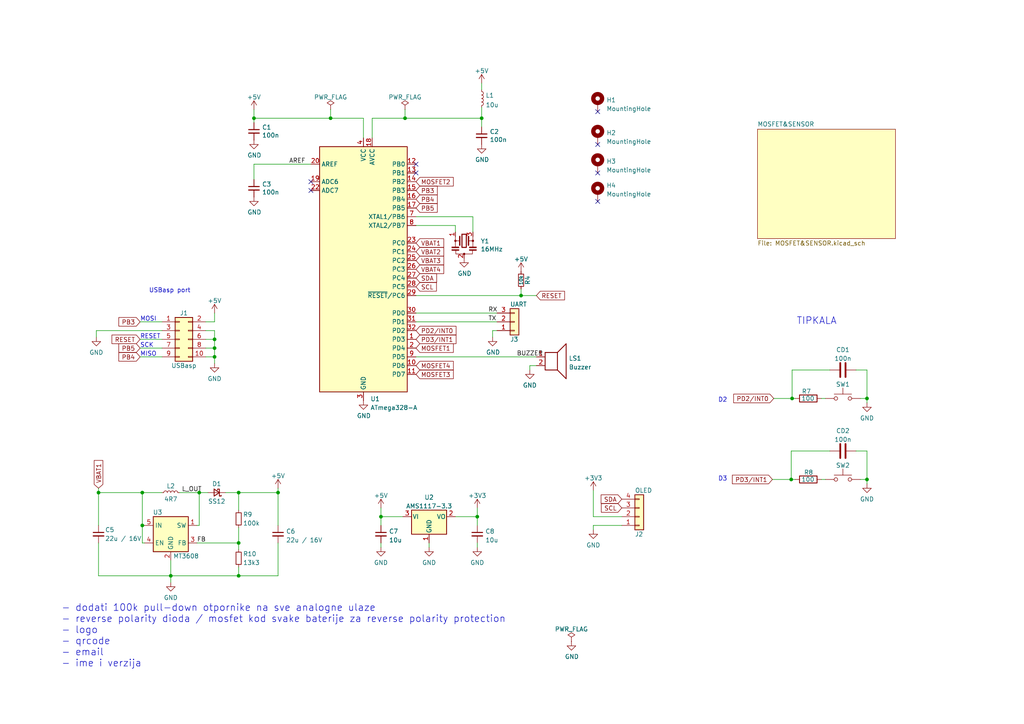
<source format=kicad_sch>
(kicad_sch (version 20230121) (generator eeschema)
  (paper "A4")
  (lib_symbols
    (symbol "Connector_Generic:Conn_01x03" (pin_names (offset 1.016) hide)
      (property "Reference" "J" (at 0 5.08 0))
      (property "Value" "Conn_01x03" (at 0 -5.08 0))
      (symbol "Conn_01x03_1_1"
        (rectangle (start -1.27 -2.413) (end 0 -2.667) (stroke (width 0.1524)))
        (rectangle (start -1.27 0.127) (end 0 -0.127) (stroke (width 0.1524)))
        (rectangle (start -1.27 2.667) (end 0 2.413) (stroke (width 0.1524)))
        (rectangle (start -1.27 3.81) (end 1.27 -3.81) (stroke (width 0.254)) (fill (type background)))
        (pin passive line (at -5.08 2.54 0) (length 3.81) (name "Pin_1") (number "1"))
        (pin passive line (at -5.08 0 0) (length 3.81) (name "Pin_2") (number "2"))
        (pin passive line (at -5.08 -2.54 0) (length 3.81) (name "Pin_3") (number "3"))
      )
    )
    (symbol "Connector_Generic:Conn_01x04" (pin_names (offset 1.016) hide)
      (property "Reference" "J" (at 0 5.08 0))
      (property "Value" "Conn_01x04" (at 0 -7.62 0))
      (symbol "Conn_01x04_1_1"
        (rectangle (start -1.27 -4.953) (end 0 -5.207) (stroke (width 0.1524)))
        (rectangle (start -1.27 -2.413) (end 0 -2.667) (stroke (width 0.1524)))
        (rectangle (start -1.27 0.127) (end 0 -0.127) (stroke (width 0.1524)))
        (rectangle (start -1.27 2.667) (end 0 2.413) (stroke (width 0.1524)))
        (rectangle (start -1.27 3.81) (end 1.27 -6.35) (stroke (width 0.254)) (fill (type background)))
        (pin passive line (at -5.08 2.54 0) (length 3.81) (name "Pin_1") (number "1"))
        (pin passive line (at -5.08 0 0) (length 3.81) (name "Pin_2") (number "2"))
        (pin passive line (at -5.08 -2.54 0) (length 3.81) (name "Pin_3") (number "3"))
        (pin passive line (at -5.08 -5.08 0) (length 3.81) (name "Pin_4") (number "4"))
      )
    )
    (symbol "Connector_Generic:Conn_02x05_Odd_Even" (pin_names (offset 1.016) hide)
      (property "Reference" "J" (at 1.27 7.62 0))
      (property "Value" "Conn_02x05_Odd_Even" (at 1.27 -7.62 0))
      (symbol "Conn_02x05_Odd_Even_1_1"
        (rectangle (start -1.27 -4.953) (end 0 -5.207) (stroke (width 0.1524)))
        (rectangle (start -1.27 -2.413) (end 0 -2.667) (stroke (width 0.1524)))
        (rectangle (start -1.27 0.127) (end 0 -0.127) (stroke (width 0.1524)))
        (rectangle (start -1.27 2.667) (end 0 2.413) (stroke (width 0.1524)))
        (rectangle (start -1.27 5.207) (end 0 4.953) (stroke (width 0.1524)))
        (rectangle (start -1.27 6.35) (end 3.81 -6.35) (stroke (width 0.254)) (fill (type background)))
        (rectangle (start 3.81 -4.953) (end 2.54 -5.207) (stroke (width 0.1524)))
        (rectangle (start 3.81 -2.413) (end 2.54 -2.667) (stroke (width 0.1524)))
        (rectangle (start 3.81 0.127) (end 2.54 -0.127) (stroke (width 0.1524)))
        (rectangle (start 3.81 2.667) (end 2.54 2.413) (stroke (width 0.1524)))
        (rectangle (start 3.81 5.207) (end 2.54 4.953) (stroke (width 0.1524)))
        (pin passive line (at -5.08 5.08 0) (length 3.81) (name "Pin_1") (number "1"))
        (pin passive line (at 7.62 -5.08 180) (length 3.81) (name "Pin_10") (number "10"))
        (pin passive line (at 7.62 5.08 180) (length 3.81) (name "Pin_2") (number "2"))
        (pin passive line (at -5.08 2.54 0) (length 3.81) (name "Pin_3") (number "3"))
        (pin passive line (at 7.62 2.54 180) (length 3.81) (name "Pin_4") (number "4"))
        (pin passive line (at -5.08 0 0) (length 3.81) (name "Pin_5") (number "5"))
        (pin passive line (at 7.62 0 180) (length 3.81) (name "Pin_6") (number "6"))
        (pin passive line (at -5.08 -2.54 0) (length 3.81) (name "Pin_7") (number "7"))
        (pin passive line (at 7.62 -2.54 180) (length 3.81) (name "Pin_8") (number "8"))
        (pin passive line (at -5.08 -5.08 0) (length 3.81) (name "Pin_9") (number "9"))
      )
    )
    (symbol "Device:C" (pin_numbers hide) (pin_names (offset 0.254))
      (property "Reference" "C" (at 0.635 2.54 0))
      (property "Value" "C" (at 0.635 -2.54 0))
      (symbol "C_0_1"
        (polyline (pts (xy -2.032 -0.762) (xy 2.032 -0.762)) (stroke (width 0.508)))
        (polyline (pts (xy -2.032 0.762) (xy 2.032 0.762)) (stroke (width 0.508)))
      )
      (symbol "C_1_1"
        (pin passive line (at 0 3.81 270) (length 2.794) (name "~") (number "1"))
        (pin passive line (at 0 -3.81 90) (length 2.794) (name "~") (number "2"))
      )
    )
    (symbol "Device:C_Small" (pin_numbers hide) (pin_names (offset 0.254) hide)
      (property "Reference" "C" (at 0.254 1.778 0))
      (property "Value" "C_Small" (at 0.254 -2.032 0))
      (symbol "C_Small_0_1"
        (polyline (pts (xy -1.524 -0.508) (xy 1.524 -0.508)) (stroke (width 0.3302)))
        (polyline (pts (xy -1.524 0.508) (xy 1.524 0.508)) (stroke (width 0.3048)))
      )
      (symbol "C_Small_1_1"
        (pin passive line (at 0 2.54 270) (length 2.032) (name "~") (number "1"))
        (pin passive line (at 0 -2.54 90) (length 2.032) (name "~") (number "2"))
      )
    )
    (symbol "Device:D_Schottky_Small" (pin_numbers hide) (pin_names (offset 0.254) hide)
      (property "Reference" "D" (at -1.27 2.032 0))
      (property "Value" "D_Schottky_Small" (at -7.112 -2.032 0))
      (symbol "D_Schottky_Small_0_1"
        (polyline (pts (xy -0.762 0) (xy 0.762 0)))
        (polyline (pts (xy 0.762 -1.016) (xy -0.762 0) (xy 0.762 1.016) (xy 0.762 -1.016)) (stroke (width 0.254)))
        (polyline (pts (xy -1.27 0.762) (xy -1.27 1.016) (xy -0.762 1.016) (xy -0.762 -1.016) (xy -0.254 -1.016) (xy -0.254 -0.762)) (stroke (width 0.254)))
      )
      (symbol "D_Schottky_Small_1_1"
        (pin passive line (at -2.54 0 0) (length 1.778) (name "K") (number "1"))
        (pin passive line (at 2.54 0 180) (length 1.778) (name "A") (number "2"))
      )
    )
    (symbol "Device:L_Small" (pin_numbers hide) (pin_names (offset 0.254) hide)
      (property "Reference" "L" (at 0.762 1.016 0))
      (property "Value" "L_Small" (at 0.762 -1.016 0))
      (symbol "L_Small_0_1"
        (arc (start 0 -2.032) (mid 0.5058 -1.524) (end 0 -1.016))
        (arc (start 0 -1.016) (mid 0.5058 -0.508) (end 0 0))
        (arc (start 0 0) (mid 0.5058 0.508) (end 0 1.016))
        (arc (start 0 1.016) (mid 0.5058 1.524) (end 0 2.032))
      )
      (symbol "L_Small_1_1"
        (pin passive line (at 0 2.54 270) (length 0.508) (name "~") (number "1"))
        (pin passive line (at 0 -2.54 90) (length 0.508) (name "~") (number "2"))
      )
    )
    (symbol "Device:R" (pin_numbers hide) (pin_names (offset 0))
      (property "Reference" "R" (at 2.032 0 90))
      (property "Value" "R" (at 0 0 90))
      (symbol "R_0_1"
        (rectangle (start -1.016 -2.54) (end 1.016 2.54) (stroke (width 0.254)))
      )
      (symbol "R_1_1"
        (pin passive line (at 0 3.81 270) (length 1.27) (name "~") (number "1"))
        (pin passive line (at 0 -3.81 90) (length 1.27) (name "~") (number "2"))
      )
    )
    (symbol "Device:R_Small" (pin_numbers hide) (pin_names (offset 0.254) hide)
      (property "Reference" "R" (at 0.762 0.508 0))
      (property "Value" "R_Small" (at 0.762 -1.016 0))
      (symbol "R_Small_0_1"
        (rectangle (start -0.762 1.778) (end 0.762 -1.778) (stroke (width 0.2032)))
      )
      (symbol "R_Small_1_1"
        (pin passive line (at 0 2.54 270) (length 0.762) (name "~") (number "1"))
        (pin passive line (at 0 -2.54 90) (length 0.762) (name "~") (number "2"))
      )
    )
    (symbol "Device:Resonator_Small" (pin_names (offset 1.016) hide)
      (property "Reference" "Y" (at 3.175 1.905 0))
      (property "Value" "Resonator_Small" (at 3.175 0 0))
      (symbol "Resonator_Small_0_1"
        (rectangle (start -3.556 -2.54) (end -1.524 -2.794) (fill (type outline)))
        (rectangle (start -3.556 -1.778) (end -1.524 -2.032) (fill (type outline)))
        (circle (center -2.54 0) (radius 0.254) (fill (type outline)))
        (rectangle (start -0.635 1.905) (end 0.635 -1.905) (stroke (width 0.3048)))
        (circle (center 0 -3.81) (radius 0.254) (fill (type outline)))
        (polyline (pts (xy -2.54 -1.778) (xy -2.54 0)))
        (polyline (pts (xy -2.54 0) (xy -1.397 0)))
        (polyline (pts (xy -2.54 1.27) (xy -2.54 0)))
        (polyline (pts (xy -1.27 -1.27) (xy -1.27 1.27)) (stroke (width 0.381)))
        (polyline (pts (xy 1.27 -1.27) (xy 1.27 1.27)) (stroke (width 0.381)))
        (polyline (pts (xy 1.27 0) (xy 2.54 0)))
        (polyline (pts (xy 2.54 0) (xy 2.54 -1.778)))
        (polyline (pts (xy 2.54 1.27) (xy 2.54 0)))
        (polyline (pts (xy 2.413 -2.794) (xy 2.413 -3.81) (xy -2.413 -3.81) (xy -2.413 -2.667)))
        (rectangle (start 1.524 -2.54) (end 3.556 -2.794) (fill (type outline)))
        (rectangle (start 1.524 -1.778) (end 3.556 -2.032) (fill (type outline)))
        (circle (center 2.54 0) (radius 0.254) (fill (type outline)))
      )
      (symbol "Resonator_Small_1_1"
        (pin passive line (at -2.54 2.54 270) (length 1.27) (name "1") (number "1"))
        (pin passive line (at 0 -5.08 90) (length 1.27) (name "2") (number "2"))
        (pin passive line (at 2.54 2.54 270) (length 1.27) (name "3") (number "3"))
      )
    )
    (symbol "Device:Speaker" (pin_names (offset 0) hide)
      (property "Reference" "LS" (at 1.27 5.715 0))
      (property "Value" "Speaker" (at 1.27 3.81 0))
      (symbol "Speaker_0_0"
        (rectangle (start -2.54 1.27) (end 1.016 -3.81) (stroke (width 0.254)))
        (polyline (pts (xy 1.016 1.27) (xy 3.556 3.81) (xy 3.556 -6.35) (xy 1.016 -3.81)) (stroke (width 0.254)))
      )
      (symbol "Speaker_1_1"
        (pin input line (at -5.08 0 0) (length 2.54) (name "1") (number "1"))
        (pin input line (at -5.08 -2.54 0) (length 2.54) (name "2") (number "2"))
      )
    )
    (symbol "MCU_Microchip_ATmega:ATmega328-A"
      (property "Reference" "U" (at -12.7 36.83 0))
      (property "Value" "ATmega328-A" (at 2.54 -36.83 0))
      (symbol "ATmega328-A_0_1"
        (rectangle (start -12.7 -35.56) (end 12.7 35.56) (stroke (width 0.254)) (fill (type background)))
      )
      (symbol "ATmega328-A_1_1"
        (pin bidirectional line (at 15.24 -20.32 180) (length 2.54) (name "PD3") (number "1"))
        (pin bidirectional line (at 15.24 -27.94 180) (length 2.54) (name "PD6") (number "10"))
        (pin bidirectional line (at 15.24 -30.48 180) (length 2.54) (name "PD7") (number "11"))
        (pin bidirectional line (at 15.24 30.48 180) (length 2.54) (name "PB0") (number "12"))
        (pin bidirectional line (at 15.24 27.94 180) (length 2.54) (name "PB1") (number "13"))
        (pin bidirectional line (at 15.24 25.4 180) (length 2.54) (name "PB2") (number "14"))
        (pin bidirectional line (at 15.24 22.86 180) (length 2.54) (name "PB3") (number "15"))
        (pin bidirectional line (at 15.24 20.32 180) (length 2.54) (name "PB4") (number "16"))
        (pin bidirectional line (at 15.24 17.78 180) (length 2.54) (name "PB5") (number "17"))
        (pin power_in line (at 2.54 38.1 270) (length 2.54) (name "AVCC") (number "18"))
        (pin input line (at -15.24 25.4 0) (length 2.54) (name "ADC6") (number "19"))
        (pin bidirectional line (at 15.24 -22.86 180) (length 2.54) (name "PD4") (number "2"))
        (pin passive line (at -15.24 30.48 0) (length 2.54) (name "AREF") (number "20"))
        (pin passive line (at 0 -38.1 90) (length 2.54) hide (name "GND") (number "21"))
        (pin input line (at -15.24 22.86 0) (length 2.54) (name "ADC7") (number "22"))
        (pin bidirectional line (at 15.24 7.62 180) (length 2.54) (name "PC0") (number "23"))
        (pin bidirectional line (at 15.24 5.08 180) (length 2.54) (name "PC1") (number "24"))
        (pin bidirectional line (at 15.24 2.54 180) (length 2.54) (name "PC2") (number "25"))
        (pin bidirectional line (at 15.24 0 180) (length 2.54) (name "PC3") (number "26"))
        (pin bidirectional line (at 15.24 -2.54 180) (length 2.54) (name "PC4") (number "27"))
        (pin bidirectional line (at 15.24 -5.08 180) (length 2.54) (name "PC5") (number "28"))
        (pin bidirectional line (at 15.24 -7.62 180) (length 2.54) (name "~{RESET}/PC6") (number "29"))
        (pin power_in line (at 0 -38.1 90) (length 2.54) (name "GND") (number "3"))
        (pin bidirectional line (at 15.24 -12.7 180) (length 2.54) (name "PD0") (number "30"))
        (pin bidirectional line (at 15.24 -15.24 180) (length 2.54) (name "PD1") (number "31"))
        (pin bidirectional line (at 15.24 -17.78 180) (length 2.54) (name "PD2") (number "32"))
        (pin power_in line (at 0 38.1 270) (length 2.54) (name "VCC") (number "4"))
        (pin passive line (at 0 -38.1 90) (length 2.54) hide (name "GND") (number "5"))
        (pin passive line (at 0 38.1 270) (length 2.54) hide (name "VCC") (number "6"))
        (pin bidirectional line (at 15.24 15.24 180) (length 2.54) (name "XTAL1/PB6") (number "7"))
        (pin bidirectional line (at 15.24 12.7 180) (length 2.54) (name "XTAL2/PB7") (number "8"))
        (pin bidirectional line (at 15.24 -25.4 180) (length 2.54) (name "PD5") (number "9"))
      )
    )
    (symbol "Mechanical:MountingHole_Pad" (pin_numbers hide) (pin_names (offset 1.016) hide)
      (property "Reference" "H" (at 0 6.35 0))
      (property "Value" "MountingHole_Pad" (at 0 4.445 0))
      (symbol "MountingHole_Pad_0_1"
        (circle (center 0 1.27) (radius 1.27) (stroke (width 1.27)))
      )
      (symbol "MountingHole_Pad_1_1"
        (pin input line (at 0 -2.54 90) (length 2.54) (name "1") (number "1"))
      )
    )
    (symbol "Regulator_Linear:AMS1117-3.3" (pin_names (offset 0.254))
      (property "Reference" "U" (at -3.81 3.175 0))
      (property "Value" "AMS1117-3.3" (at 0 3.175 0))
      (symbol "AMS1117-3.3_0_1"
        (rectangle (start -5.08 -5.08) (end 5.08 1.905) (stroke (width 0.254)) (fill (type background)))
      )
      (symbol "AMS1117-3.3_1_1"
        (pin power_in line (at 0 -7.62 90) (length 2.54) (name "GND") (number "1"))
        (pin power_out line (at 7.62 0 180) (length 2.54) (name "VO") (number "2"))
        (pin power_in line (at -7.62 0 0) (length 2.54) (name "VI") (number "3"))
      )
    )
    (symbol "Regulator_Switching:MT3608"
      (property "Reference" "U" (at -2.54 8.89 0))
      (property "Value" "MT3608" (at -3.81 6.35 0))
      (symbol "MT3608_0_1"
        (rectangle (start -5.08 5.08) (end 5.08 -5.08) (stroke (width 0.254)) (fill (type background)))
      )
      (symbol "MT3608_1_1"
        (pin passive line (at 7.62 2.54 180) (length 2.54) (name "SW") (number "1"))
        (pin power_in line (at 0 -7.62 90) (length 2.54) (name "GND") (number "2"))
        (pin input line (at 7.62 -2.54 180) (length 2.54) (name "FB") (number "3"))
        (pin input line (at -7.62 -2.54 0) (length 2.54) (name "EN") (number "4"))
        (pin power_in line (at -7.62 2.54 0) (length 2.54) (name "IN") (number "5"))
        (pin no_connect line (at 5.08 0 180) (length 2.54) hide (name "NC") (number "6"))
      )
    )
    (symbol "Switch:SW_Push" (pin_numbers hide) (pin_names (offset 1.016) hide)
      (property "Reference" "SW" (at 1.27 2.54 0))
      (property "Value" "SW_Push" (at 0 -1.524 0))
      (symbol "SW_Push_0_1"
        (circle (center -2.032 0) (radius 0.508))
        (polyline (pts (xy 0 1.27) (xy 0 3.048)))
        (polyline (pts (xy 2.54 1.27) (xy -2.54 1.27)))
        (circle (center 2.032 0) (radius 0.508))
        (pin passive line (at -5.08 0 0) (length 2.54) (name "1") (number "1"))
        (pin passive line (at 5.08 0 180) (length 2.54) (name "2") (number "2"))
      )
    )
    (symbol "power:+3V3" (power) (pin_names (offset 0))
      (property "Value" "+3V3" (at 0 3.556 0))
      (symbol "+3V3_0_1"
        (polyline (pts (xy -0.762 1.27) (xy 0 2.54)))
        (polyline (pts (xy 0 0) (xy 0 2.54)))
        (polyline (pts (xy 0 2.54) (xy 0.762 1.27)))
      )
      (symbol "+3V3_1_1"
        (pin power_in line (at 0 0 90) (length 0) hide (name "+3V3") (number "1"))
      )
    )
    (symbol "power:+5V" (power) (pin_names (offset 0))
      (property "Value" "+5V" (at 0 3.556 0))
      (symbol "+5V_0_1"
        (polyline (pts (xy -0.762 1.27) (xy 0 2.54)))
        (polyline (pts (xy 0 0) (xy 0 2.54)))
        (polyline (pts (xy 0 2.54) (xy 0.762 1.27)))
      )
      (symbol "+5V_1_1"
        (pin power_in line (at 0 0 90) (length 0) hide (name "+5V") (number "1"))
      )
    )
    (symbol "power:GND" (power) (pin_names (offset 0))
      (property "Value" "GND" (at 0 -3.81 0))
      (symbol "GND_0_1"
        (polyline (pts (xy 0 0) (xy 0 -1.27) (xy 1.27 -1.27) (xy 0 -2.54) (xy -1.27 -1.27) (xy 0 -1.27)))
      )
      (symbol "GND_1_1"
        (pin power_in line (at 0 0 270) (length 0) hide (name "GND") (number "1"))
      )
    )
    (symbol "power:PWR_FLAG" (power) (pin_numbers hide) (pin_names (offset 0) hide)
      (property "Value" "PWR_FLAG" (at 0 3.81 0))
      (symbol "PWR_FLAG_0_0"
        (pin power_out line (at 0 0 90) (length 0) (name "pwr") (number "1"))
      )
      (symbol "PWR_FLAG_0_1"
        (polyline (pts (xy 0 0) (xy 0 1.27) (xy -1.016 1.905) (xy 0 2.54) (xy 1.016 1.905) (xy 0 1.27)))
      )
    )
  )
  (junction (at 62.23 100.965))
  (junction (at 138.43 149.86))
  (junction (at 73.66 34.29))
  (junction (at 69.215 157.48))
  (junction (at 62.23 98.425))
  (junction (at 62.23 103.505))
  (junction (at 139.7 34.29))
  (junction (at 28.575 142.875))
  (junction (at 95.885 34.29))
  (junction (at 80.645 142.875))
  (junction (at 251.46 139.065))
  (junction (at 69.215 142.875))
  (junction (at 151.13 85.725))
  (junction (at 41.275 152.4))
  (junction (at 229.489 139.065))
  (junction (at 49.53 167.005))
  (junction (at 69.215 167.005))
  (junction (at 229.743 115.57))
  (junction (at 117.475 34.29))
  (junction (at 110.49 149.86))
  (junction (at 251.46 115.57))
  (junction (at 41.275 142.875))
  (junction (at 57.785 142.875))
  (no_connect (at 90.17 55.245))
  (no_connect (at 173.355 41.91))
  (no_connect (at 120.65 50.165))
  (no_connect (at 120.65 47.625))
  (no_connect (at 173.355 50.165))
  (no_connect (at 173.355 58.42))
  (no_connect (at 173.355 32.385))
  (no_connect (at 90.17 52.705))
  (wire (pts (xy 248.285 130.81) (xy 251.46 130.81)))
  (wire (pts (xy 57.15 157.48) (xy 69.215 157.48)))
  (wire (pts (xy 224.028 139.065) (xy 229.489 139.065)))
  (wire (pts (xy 62.23 100.965) (xy 62.23 103.505)))
  (wire (pts (xy 249.555 115.57) (xy 251.46 115.57)))
  (wire (pts (xy 251.46 107.315) (xy 251.46 115.57)))
  (wire (pts (xy 69.215 167.005) (xy 49.53 167.005)))
  (wire (pts (xy 138.43 157.48) (xy 138.43 158.75)))
  (wire (pts (xy 73.66 31.75) (xy 73.66 34.29)))
  (wire (pts (xy 27.94 95.885) (xy 46.99 95.885)))
  (wire (pts (xy 57.15 152.4) (xy 57.785 152.4)))
  (wire (pts (xy 41.275 157.48) (xy 41.91 157.48)))
  (wire (pts (xy 139.7 31.115) (xy 139.7 34.29)))
  (wire (pts (xy 59.69 100.965) (xy 62.23 100.965)))
  (wire (pts (xy 251.46 115.57) (xy 251.46 116.84)))
  (wire (pts (xy 69.215 164.465) (xy 69.215 167.005)))
  (wire (pts (xy 59.69 95.885) (xy 62.23 95.885)))
  (wire (pts (xy 80.645 141.605) (xy 80.645 142.875)))
  (wire (pts (xy 62.23 103.505) (xy 59.69 103.505)))
  (wire (pts (xy 59.69 93.345) (xy 62.23 93.345)))
  (wire (pts (xy 229.743 115.57) (xy 230.632 115.57)))
  (wire (pts (xy 117.475 34.29) (xy 139.7 34.29)))
  (wire (pts (xy 132.08 149.86) (xy 138.43 149.86)))
  (wire (pts (xy 248.285 107.315) (xy 251.46 107.315)))
  (wire (pts (xy 107.95 40.005) (xy 107.95 34.29)))
  (wire (pts (xy 110.49 157.48) (xy 110.49 158.75)))
  (wire (pts (xy 151.13 85.725) (xy 155.575 85.725)))
  (wire (pts (xy 27.94 95.885) (xy 27.94 97.79)))
  (wire (pts (xy 73.66 47.625) (xy 90.17 47.625)))
  (wire (pts (xy 144.145 95.885) (xy 142.875 95.885)))
  (wire (pts (xy 120.65 65.405) (xy 132.08 65.405)))
  (wire (pts (xy 132.08 65.405) (xy 132.08 67.31)))
  (wire (pts (xy 116.84 149.86) (xy 110.49 149.86)))
  (wire (pts (xy 138.43 147.32) (xy 138.43 149.86)))
  (wire (pts (xy 139.7 34.29) (xy 139.7 36.83)))
  (wire (pts (xy 57.785 142.875) (xy 52.07 142.875)))
  (wire (pts (xy 28.575 167.005) (xy 28.575 157.48)))
  (wire (pts (xy 229.743 107.315) (xy 229.743 115.57)))
  (wire (pts (xy 49.53 167.005) (xy 28.575 167.005)))
  (wire (pts (xy 41.275 152.4) (xy 41.275 157.48)))
  (wire (pts (xy 41.91 152.4) (xy 41.275 152.4)))
  (wire (pts (xy 69.215 167.005) (xy 80.645 167.005)))
  (wire (pts (xy 172.085 142.24) (xy 172.085 149.86)))
  (wire (pts (xy 120.65 85.725) (xy 151.13 85.725)))
  (wire (pts (xy 249.555 139.065) (xy 251.46 139.065)))
  (wire (pts (xy 95.885 34.29) (xy 105.41 34.29)))
  (wire (pts (xy 172.085 152.4) (xy 180.34 152.4)))
  (wire (pts (xy 172.085 153.67) (xy 172.085 152.4)))
  (wire (pts (xy 28.575 141.605) (xy 28.575 142.875)))
  (wire (pts (xy 110.49 149.86) (xy 110.49 152.4)))
  (wire (pts (xy 49.53 162.56) (xy 49.53 167.005)))
  (wire (pts (xy 59.69 98.425) (xy 62.23 98.425)))
  (wire (pts (xy 95.885 31.75) (xy 95.885 34.29)))
  (wire (pts (xy 105.41 34.29) (xy 105.41 40.005)))
  (wire (pts (xy 224.409 115.57) (xy 229.743 115.57)))
  (wire (pts (xy 28.575 142.875) (xy 41.275 142.875)))
  (wire (pts (xy 41.275 152.4) (xy 41.275 142.875)))
  (wire (pts (xy 229.489 139.065) (xy 230.632 139.065)))
  (wire (pts (xy 110.49 147.32) (xy 110.49 149.86)))
  (wire (pts (xy 62.23 93.345) (xy 62.23 90.805)))
  (wire (pts (xy 65.405 142.875) (xy 69.215 142.875)))
  (wire (pts (xy 62.23 95.885) (xy 62.23 98.425)))
  (wire (pts (xy 151.13 83.82) (xy 151.13 85.725)))
  (wire (pts (xy 40.64 100.965) (xy 46.99 100.965)))
  (wire (pts (xy 117.475 31.75) (xy 117.475 34.29)))
  (wire (pts (xy 172.085 149.86) (xy 180.34 149.86)))
  (wire (pts (xy 73.66 34.29) (xy 95.885 34.29)))
  (wire (pts (xy 80.645 157.48) (xy 80.645 167.005)))
  (wire (pts (xy 40.64 93.345) (xy 46.99 93.345)))
  (wire (pts (xy 62.23 98.425) (xy 62.23 100.965)))
  (wire (pts (xy 238.252 115.57) (xy 239.395 115.57)))
  (wire (pts (xy 73.66 47.625) (xy 73.66 52.07)))
  (wire (pts (xy 69.215 153.035) (xy 69.215 157.48)))
  (wire (pts (xy 153.67 106.045) (xy 155.575 106.045)))
  (wire (pts (xy 69.215 157.48) (xy 69.215 159.385)))
  (wire (pts (xy 69.215 142.875) (xy 80.645 142.875)))
  (wire (pts (xy 120.65 90.805) (xy 144.145 90.805)))
  (wire (pts (xy 139.7 24.13) (xy 139.7 26.035)))
  (wire (pts (xy 62.23 105.41) (xy 62.23 103.505)))
  (wire (pts (xy 69.215 142.875) (xy 69.215 147.955)))
  (wire (pts (xy 40.64 98.425) (xy 46.99 98.425)))
  (wire (pts (xy 138.43 149.86) (xy 138.43 152.4)))
  (wire (pts (xy 251.46 130.81) (xy 251.46 139.065)))
  (wire (pts (xy 120.65 93.345) (xy 144.145 93.345)))
  (wire (pts (xy 57.785 142.875) (xy 60.325 142.875)))
  (wire (pts (xy 137.16 62.865) (xy 137.16 67.31)))
  (wire (pts (xy 142.875 95.885) (xy 142.875 97.79)))
  (wire (pts (xy 80.645 152.4) (xy 80.645 142.875)))
  (wire (pts (xy 229.743 107.315) (xy 240.665 107.315)))
  (wire (pts (xy 120.65 62.865) (xy 137.16 62.865)))
  (wire (pts (xy 73.66 34.29) (xy 73.66 35.56)))
  (wire (pts (xy 238.252 139.065) (xy 239.395 139.065)))
  (wire (pts (xy 57.785 152.4) (xy 57.785 142.875)))
  (wire (pts (xy 153.67 107.315) (xy 153.67 106.045)))
  (wire (pts (xy 240.665 130.81) (xy 229.489 130.81)))
  (wire (pts (xy 229.489 130.81) (xy 229.489 139.065)))
  (wire (pts (xy 107.95 34.29) (xy 117.475 34.29)))
  (wire (pts (xy 41.275 142.875) (xy 46.99 142.875)))
  (wire (pts (xy 251.46 140.335) (xy 251.46 139.065)))
  (wire (pts (xy 49.53 167.005) (xy 49.53 168.91)))
  (wire (pts (xy 40.64 103.505) (xy 46.99 103.505)))
  (wire (pts (xy 120.65 103.505) (xy 155.575 103.505)))
  (wire (pts (xy 124.46 157.48) (xy 124.46 158.75)))
  (wire (pts (xy 28.575 142.875) (xy 28.575 152.4)))
  (text "USBasp port" (at 43.18 85.09 0) (effects (font (size 1.27 1.27)) (justify left bottom)))
  (text "MISO" (at 40.64 103.505 0) (effects (font (size 1.27 1.27)) (justify left bottom)))
  (text "D2" (at 208.28 116.84 0) (effects (font (size 1.27 1.27)) (justify left bottom)))
  (text "RESET" (at 40.64 98.425 0) (effects (font (size 1.27 1.27)) (justify left bottom)))
  (text "- dodati 100k pull-down otpornike na sve analogne ulaze\n- reverse polarity dioda / mosfet kod svake baterije za reverse polarity protection\n- logo\n- qrcode\n- email\n- ime i verzija" (at 17.78 193.675 0) (effects (font (size 2 2)) (justify left bottom)))
  (text "D3" (at 208.28 139.7 0) (effects (font (size 1.27 1.27)) (justify left bottom)))
  (text "SCK" (at 40.64 100.965 0) (effects (font (size 1.27 1.27)) (justify left bottom)))
  (text "TIPKALA" (at 231.013 94.361 0) (effects (font (size 2 2)) (justify left bottom)))
  (text "MOSI" (at 40.64 93.345 0) (effects (font (size 1.27 1.27)) (justify left bottom)))
  (label "L_OUT" (at 52.705 142.875 0))
  (label "RX" (at 141.605 90.805 0))
  (label "FB" (at 57.15 157.48 0))
  (label "AREF" (at 83.82 47.625 0))
  (label "TX" (at 141.605 93.345 0))
  (label "BUZZER" (at 149.86 103.505 0))
  (global_label "PB4" (shape input) (at 40.64 103.505 180) (property "Intersheetrefs" "${INTERSHEET_REFS}" (effects hide)))
  (global_label "PB3" (shape input) (at 120.65 55.245 0) (property "Intersheetrefs" "${INTERSHEET_REFS}" (effects hide)))
  (global_label "MOSFET3" (shape input) (at 120.65 108.585 0) (property "Intersheetrefs" "${INTERSHEET_REFS}" (effects hide)))
  (global_label "SCL" (shape input) (at 180.34 147.32 180) (property "Intersheetrefs" "${INTERSHEET_REFS}" (effects hide)))
  (global_label "VBAT1" (shape input) (at 120.65 70.485 0) (property "Intersheetrefs" "${INTERSHEET_REFS}" (effects hide)))
  (global_label "VBAT2" (shape input) (at 120.65 73.025 0) (property "Intersheetrefs" "${INTERSHEET_REFS}" (effects hide)))
  (global_label "RESET" (shape input) (at 155.575 85.725 0) (property "Intersheetrefs" "${INTERSHEET_REFS}" (effects hide)))
  (global_label "PD3{slash}INT1" (shape input) (at 120.65 98.425 0) (property "Intersheetrefs" "${INTERSHEET_REFS}" (effects hide)))
  (global_label "SDA" (shape input) (at 180.34 144.78 180) (property "Intersheetrefs" "${INTERSHEET_REFS}" (effects hide)))
  (global_label "PD2{slash}INT0" (shape input) (at 120.65 95.885 0) (property "Intersheetrefs" "${INTERSHEET_REFS}" (effects hide)))
  (global_label "PB5" (shape input) (at 120.65 60.325 0) (property "Intersheetrefs" "${INTERSHEET_REFS}" (effects hide)))
  (global_label "PD3{slash}INT1" (shape input) (at 224.028 139.065 180) (property "Intersheetrefs" "${INTERSHEET_REFS}" (effects hide)))
  (global_label "PB4" (shape input) (at 120.65 57.785 0) (property "Intersheetrefs" "${INTERSHEET_REFS}" (effects hide)))
  (global_label "MOSFET1" (shape input) (at 120.65 100.965 0) (property "Intersheetrefs" "${INTERSHEET_REFS}" (effects hide)))
  (global_label "PB3" (shape input) (at 40.64 93.345 180) (property "Intersheetrefs" "${INTERSHEET_REFS}" (effects hide)))
  (global_label "PD2{slash}INT0" (shape input) (at 224.409 115.57 180) (property "Intersheetrefs" "${INTERSHEET_REFS}" (effects hide)))
  (global_label "PB5" (shape input) (at 40.64 100.965 180) (property "Intersheetrefs" "${INTERSHEET_REFS}" (effects hide)))
  (global_label "VBAT1" (shape input) (at 28.575 141.605 90) (property "Intersheetrefs" "${INTERSHEET_REFS}" (effects hide)))
  (global_label "MOSFET4" (shape input) (at 120.65 106.045 0) (property "Intersheetrefs" "${INTERSHEET_REFS}" (effects hide)))
  (global_label "MOSFET2" (shape input) (at 120.65 52.705 0) (property "Intersheetrefs" "${INTERSHEET_REFS}" (effects hide)))
  (global_label "SDA" (shape input) (at 120.65 80.645 0) (property "Intersheetrefs" "${INTERSHEET_REFS}" (effects hide)))
  (global_label "RESET" (shape input) (at 40.64 98.425 180) (property "Intersheetrefs" "${INTERSHEET_REFS}" (effects hide)))
  (global_label "VBAT4" (shape input) (at 120.65 78.105 0) (property "Intersheetrefs" "${INTERSHEET_REFS}" (effects hide)))
  (global_label "SCL" (shape input) (at 120.65 83.185 0) (property "Intersheetrefs" "${INTERSHEET_REFS}" (effects hide)))
  (global_label "VBAT3" (shape input) (at 120.65 75.565 0) (property "Intersheetrefs" "${INTERSHEET_REFS}" (effects hide)))
  (symbol (lib_id "Device:C_Small") (at 110.49 154.94 0) (unit 1)
    (property "Reference" "C7" (at 112.8141 154.1116 0) (effects (justify left)))
    (property "Value" "10u" (at 112.8141 156.6485 0) (effects (justify left)))
    (property "Footprint" "Capacitor_SMD:C_1210_3225Metric" (effects hide))
    (property "JLCPCB Part #" "C337451" (effects hide))
    (property "U labosu?" "ne" (effects hide))
  )
  (symbol (lib_id "Device:C_Small") (at 138.43 154.94 0) (unit 1)
    (property "Reference" "C8" (at 140.7541 154.1116 0) (effects (justify left)))
    (property "Value" "10u" (at 140.7541 156.6485 0) (effects (justify left)))
    (property "Footprint" "Capacitor_SMD:C_1210_3225Metric" (effects hide))
    (property "JLCPCB Part #" "C337451" (effects hide))
    (property "U labosu?" "ne" (effects hide))
  )
  (symbol (lib_id "Device:C_Small") (at 73.66 38.1 0) (unit 1)
    (property "Reference" "C1" (at 75.9968 36.9316 0) (effects (justify left)))
    (property "Value" "100n" (at 75.9968 39.243 0) (effects (justify left)))
    (property "Footprint" "Capacitor_SMD:C_0603_1608Metric" (effects hide))
    (property "Basic/Extended" "Basic" (effects hide))
    (property "JLCPCB Part #" "C49678" (effects hide))
    (property "U labosu?" "Da" (effects hide))
  )
  (symbol (lib_id "Device:R_Small") (at 69.215 150.495 0) (unit 1)
    (property "Reference" "R9" (at 70.485 149.225 0) (effects (justify left)))
    (property "Value" "100k" (at 70.485 151.765 0) (effects (justify left)))
    (property "Footprint" "Resistor_SMD:R_0603_1608Metric" (effects hide))
    (property "U labosu?" "da" (effects hide))
  )
  (symbol (lib_id "Switch:SW_Push") (at 244.475 139.065 0) (unit 1)
    (property "Reference" "SW2" (at 244.475 134.9812 0))
    (property "Value" "SW_Push" (effects hide))
    (property "Footprint" "Footprint:Omron_B3F-12x12mm" (effects hide))
  )
  (symbol (lib_id "power:+5V") (at 73.66 31.75 0) (unit 1)
    (property "Reference" "#PWR02" (effects hide))
    (property "Value" "+5V" (at 73.66 28.1742 0))
  )
  (symbol (lib_id "power:GND") (at 172.085 153.67 0) (unit 1)
    (property "Reference" "#PWR0106" (effects hide))
    (property "Value" "GND" (at 172.085 158.1134 0))
  )
  (symbol (lib_id "Mechanical:MountingHole_Pad") (at 173.355 39.37 0) (unit 1)
    (property "Reference" "H2" (at 175.895 38.5353 0) (effects (justify left)))
    (property "Value" "MountingHole" (at 175.895 41.0722 0) (effects (justify left)))
    (property "Footprint" "MountingHole:MountingHole_3.2mm_M3_Pad_Via" (effects hide))
  )
  (symbol (lib_id "power:GND") (at 62.23 105.41 0) (unit 1)
    (property "Reference" "#PWR0102" (effects hide))
    (property "Value" "GND" (at 62.23 109.8534 0))
  )
  (symbol (lib_id "power:+5V") (at 110.49 147.32 0) (unit 1)
    (property "Reference" "#PWR018" (effects hide))
    (property "Value" "+5V" (at 110.49 143.7442 0))
  )
  (symbol (lib_id "Device:C") (at 244.475 107.315 90) (unit 1)
    (property "Reference" "CD1" (at 244.475 101.4562 90))
    (property "Value" "100n" (at 244.475 103.9931 90))
    (property "Footprint" "Capacitor_SMD:C_0603_1608Metric" (effects hide))
  )
  (symbol (lib_id "power:+5V") (at 80.645 141.605 0) (unit 1)
    (property "Reference" "#PWR017" (effects hide))
    (property "Value" "+5V" (at 80.645 138.0292 0))
  )
  (symbol (lib_id "Device:Resonator_Small") (at 134.62 69.85 0) (unit 1)
    (property "Reference" "Y1" (at 139.3952 69.9516 0) (effects (justify left)))
    (property "Value" "16MHz" (at 139.3952 72.263 0) (effects (justify left)))
    (property "Footprint" "Footprint:CSTCE16M0V53-R0" (effects hide))
    (property "JLCPCB Part #" "C32180" (effects hide))
    (property "Basic/Extended" "Extended" (effects hide))
    (property "U labosu?" "Da" (effects hide))
  )
  (symbol (lib_id "power:GND") (at 73.66 57.15 0) (unit 1)
    (property "Reference" "#PWR07" (effects hide))
    (property "Value" "GND" (at 73.787 61.5442 0))
  )
  (symbol (lib_id "Device:C_Small") (at 73.66 54.61 0) (unit 1)
    (property "Reference" "C3" (at 75.9968 53.4416 0) (effects (justify left)))
    (property "Value" "100n" (at 75.9968 55.753 0) (effects (justify left)))
    (property "Footprint" "Capacitor_SMD:C_0603_1608Metric" (effects hide))
    (property "Basic/Extended" "Basic" (effects hide))
    (property "JLCPCB Part #" "C49678" (effects hide))
    (property "U labosu?" "Da" (effects hide))
  )
  (symbol (lib_id "power:GND") (at 153.67 107.315 0) (unit 1)
    (property "Reference" "#PWR06" (effects hide))
    (property "Value" "GND" (at 153.67 111.7584 0))
  )
  (symbol (lib_id "power:GND") (at 73.66 40.64 0) (unit 1)
    (property "Reference" "#PWR03" (effects hide))
    (property "Value" "GND" (at 73.787 45.0342 0))
  )
  (symbol (lib_id "power:PWR_FLAG") (at 117.475 31.75 0) (unit 1)
    (property "Reference" "#FLG02" (effects hide))
    (property "Value" "PWR_FLAG" (at 117.475 28.1742 0))
  )
  (symbol (lib_id "power:+3V3") (at 138.43 147.32 0) (unit 1)
    (property "Reference" "#PWR019" (effects hide))
    (property "Value" "+3V3" (at 138.43 143.7442 0))
  )
  (symbol (lib_id "power:+5V") (at 62.23 90.805 0) (unit 1)
    (property "Reference" "#PWR0103" (effects hide))
    (property "Value" "+5V" (at 62.23 87.2292 0))
  )
  (symbol (lib_id "power:GND") (at 139.7 41.91 0) (unit 1)
    (property "Reference" "#PWR04" (effects hide))
    (property "Value" "GND" (at 139.827 46.3042 0))
  )
  (symbol (lib_id "power:+5V") (at 151.13 78.74 0) (unit 1)
    (property "Reference" "#PWR011" (effects hide))
    (property "Value" "+5V" (at 151.13 75.1642 0))
  )
  (symbol (lib_id "Mechanical:MountingHole_Pad") (at 173.355 47.625 0) (unit 1)
    (property "Reference" "H3" (at 175.895 46.7903 0) (effects (justify left)))
    (property "Value" "MountingHole" (at 175.895 49.3272 0) (effects (justify left)))
    (property "Footprint" "MountingHole:MountingHole_3.2mm_M3_Pad_Via" (effects hide))
  )
  (symbol (lib_id "Connector_Generic:Conn_01x04") (at 185.42 149.86 0) (mirror x) (unit 1)
    (property "Reference" "J2" (at 184.15 154.94 0) (effects (justify left)))
    (property "Value" "OLED" (at 184.15 142.24 0) (effects (justify left)))
    (property "Footprint" "Footprint:OLED" (effects hide))
  )
  (symbol (lib_id "Device:C_Small") (at 28.575 154.94 0) (unit 1)
    (property "Reference" "C5" (at 30.48 153.67 0) (effects (justify left)))
    (property "Value" "22u / 16V" (at 30.48 156.21 0) (effects (justify left)))
    (property "Footprint" "Capacitor_SMD:C_1210_3225Metric" (effects hide))
    (property "JLCPCB Part #" "C337451" (effects hide))
    (property "U labosu?" "ne" (effects hide))
  )
  (symbol (lib_id "Connector_Generic:Conn_02x05_Odd_Even") (at 52.07 98.425 0) (unit 1)
    (property "Reference" "J1" (at 53.34 90.805 0))
    (property "Value" "USBasp" (at 53.34 106.045 0))
    (property "Footprint" "Connector_IDC:IDC-Header_2x05_P2.54mm_Vertical" (effects hide))
  )
  (symbol (lib_id "Device:C") (at 244.475 130.81 90) (unit 1)
    (property "Reference" "CD2" (at 244.475 124.9512 90))
    (property "Value" "100n" (at 244.475 127.4881 90))
    (property "Footprint" "Capacitor_SMD:C_0603_1608Metric" (effects hide))
  )
  (symbol (lib_id "Device:R") (at 234.442 139.065 270) (unit 1)
    (property "Reference" "R8" (at 233.172 137.033 90) (effects (justify left)))
    (property "Value" "100" (at 232.41 139.065 90) (effects (justify left)))
    (property "Footprint" "Resistor_SMD:R_0603_1608Metric" (effects hide))
  )
  (symbol (lib_id "power:GND") (at 27.94 97.79 0) (unit 1)
    (property "Reference" "#PWR0101" (effects hide))
    (property "Value" "GND" (at 27.94 102.2334 0))
  )
  (symbol (lib_id "power:+5V") (at 139.7 24.13 0) (unit 1)
    (property "Reference" "#PWR01" (effects hide))
    (property "Value" "+5V" (at 139.7 20.5542 0))
  )
  (symbol (lib_id "MCU_Microchip_ATmega:ATmega328-A") (at 105.41 78.105 0) (unit 1)
    (property "Reference" "U1" (at 107.4294 115.6954 0) (effects (justify left)))
    (property "Value" "ATmega328-A" (at 107.4294 118.2323 0) (effects (justify left)))
    (property "Footprint" "Package_QFP:TQFP-32_7x7mm_P0.8mm" (effects hide))
    (property "Datasheet" "http://ww1.microchip.com/downloads/en/DeviceDoc/ATmega328_P%20AVR%20MCU%20with%20picoPower%20Technology%20Data%20Sheet%2040001984A.pdf" (effects hide))
  )
  (symbol (lib_id "Device:R_Small") (at 151.13 81.28 180) (unit 1)
    (property "Reference" "R4" (at 153.035 81.28 90))
    (property "Value" "10k" (at 151.13 81.28 90) (effects (font (size 0.9906 0.9906))))
    (property "Footprint" "Resistor_SMD:R_0603_1608Metric" (effects hide))
    (property "Basic/Extended" "Basic" (effects hide))
    (property "JLCPCB Part #" "C17414" (effects hide))
    (property "U labosu?" "Da" (effects hide))
  )
  (symbol (lib_id "power:GND") (at 251.46 116.84 0) (unit 1)
    (property "Reference" "#PWR015" (effects hide))
    (property "Value" "GND" (at 251.46 121.2834 0))
  )
  (symbol (lib_id "Device:Speaker") (at 160.655 103.505 0) (unit 1)
    (property "Reference" "LS1" (at 164.973 103.9403 0) (effects (justify left)))
    (property "Value" "Buzzer" (at 164.973 106.4772 0) (effects (justify left)))
    (property "Footprint" "Buzzer_Beeper:Buzzer_TDK_PS1240P02BT_D12.2mm_H6.5mm" (effects hide))
  )
  (symbol (lib_id "Switch:SW_Push") (at 244.475 115.57 0) (unit 1)
    (property "Reference" "SW1" (at 244.475 111.4862 0))
    (property "Value" "SW_Push" (effects hide))
    (property "Footprint" "Footprint:Omron_B3F-12x12mm" (effects hide))
  )
  (symbol (lib_id "Regulator_Linear:AMS1117-3.3") (at 124.46 149.86 0) (unit 1)
    (property "Reference" "U2" (at 124.46 144.2552 0))
    (property "Value" "AMS1117-3.3" (at 124.46 146.7921 0))
    (property "Footprint" "Package_TO_SOT_SMD:SOT-223-3_TabPin2" (effects hide))
    (property "Datasheet" "http://www.advanced-monolithic.com/pdf/ds1117.pdf" (effects hide))
  )
  (symbol (lib_id "Device:C_Small") (at 80.645 154.94 0) (unit 1)
    (property "Reference" "C6" (at 82.9691 154.1116 0) (effects (justify left)))
    (property "Value" "22u / 16V" (at 82.9691 156.6485 0) (effects (justify left)))
    (property "Footprint" "Capacitor_SMD:C_1210_3225Metric" (effects hide))
    (property "JLCPCB Part #" "C337451" (effects hide))
    (property "U labosu?" "ne" (effects hide))
  )
  (symbol (lib_id "power:GND") (at 110.49 158.75 0) (unit 1)
    (property "Reference" "#PWR020" (effects hide))
    (property "Value" "GND" (at 110.49 163.1934 0))
  )
  (symbol (lib_id "power:PWR_FLAG") (at 95.885 31.75 0) (unit 1)
    (property "Reference" "#FLG01" (effects hide))
    (property "Value" "PWR_FLAG" (at 95.885 28.1742 0))
  )
  (symbol (lib_id "Device:R_Small") (at 69.215 161.925 0) (unit 1)
    (property "Reference" "R10" (at 70.485 160.655 0) (effects (justify left)))
    (property "Value" "13k3" (at 70.485 163.195 0) (effects (justify left)))
    (property "Footprint" "Resistor_SMD:R_0603_1608Metric" (effects hide))
    (property "JLCPCB Part #" "C185373" (effects hide))
    (property "U labosu?" "ne" (effects hide))
  )
  (symbol (lib_id "Device:D_Schottky_Small") (at 62.865 142.875 180) (unit 1)
    (property "Reference" "D1" (at 62.865 140.335 0))
    (property "Value" "SS12" (at 62.865 145.415 0))
    (property "Footprint" "Diode_SMD:D_SMA" (effects hide))
    (property "JLCPCB Part #" "C2985002" (effects hide))
    (property "U labosu?" "ne" (effects hide))
  )
  (symbol (lib_id "power:+3V3") (at 172.085 142.24 0) (unit 1)
    (property "Reference" "#PWR0105" (effects hide))
    (property "Value" "+3V3" (at 172.085 138.6642 0))
  )
  (symbol (lib_id "Device:L_Small") (at 49.53 142.875 90) (unit 1)
    (property "Reference" "L2" (at 49.53 140.97 90))
    (property "Value" "4R7" (at 49.53 144.78 90))
    (property "Footprint" "Footprint:Inductor_4mm(5x5mm pads)" (effects hide))
    (property "U labosu?" "da" (effects hide))
  )
  (symbol (lib_id "power:GND") (at 105.41 116.205 0) (unit 1)
    (property "Reference" "#PWR014" (effects hide))
    (property "Value" "GND" (at 105.537 120.5992 0))
  )
  (symbol (lib_id "power:PWR_FLAG") (at 165.735 186.055 0) (unit 1)
    (property "Reference" "#FLG0101" (effects hide))
    (property "Value" "PWR_FLAG" (at 165.735 182.4792 0))
  )
  (symbol (lib_id "Device:C_Small") (at 139.7 39.37 0) (unit 1)
    (property "Reference" "C2" (at 142.0368 38.2016 0) (effects (justify left)))
    (property "Value" "100n" (at 142.0368 40.513 0) (effects (justify left)))
    (property "Footprint" "Capacitor_SMD:C_0603_1608Metric" (effects hide))
    (property "Basic/Extended" "Basic" (effects hide))
    (property "JLCPCB Part #" "C49678" (effects hide))
    (property "U labosu?" "Da" (effects hide))
  )
  (symbol (lib_id "Mechanical:MountingHole_Pad") (at 173.355 55.88 0) (mirror y) (unit 1)
    (property "Reference" "H4" (at 175.895 53.7753 0) (effects (justify right)))
    (property "Value" "MountingHole" (at 175.895 56.3122 0) (effects (justify right)))
    (property "Footprint" "MountingHole:MountingHole_3.2mm_M3_Pad_Via" (effects hide))
  )
  (symbol (lib_id "Device:R") (at 234.442 115.57 270) (unit 1)
    (property "Reference" "R7" (at 232.537 113.538 90) (effects (justify left)))
    (property "Value" "100" (at 232.41 115.57 90) (effects (justify left)))
    (property "Footprint" "Resistor_SMD:R_0603_1608Metric" (effects hide))
  )
  (symbol (lib_id "power:GND") (at 134.62 74.93 0) (unit 1)
    (property "Reference" "#PWR09" (effects hide))
    (property "Value" "GND" (at 134.747 79.3242 0))
  )
  (symbol (lib_id "Connector_Generic:Conn_01x03") (at 149.225 93.345 0) (mirror x) (unit 1)
    (property "Reference" "J3" (at 147.955 98.425 0) (effects (justify left)))
    (property "Value" "UART" (at 147.955 88.265 0) (effects (justify left)))
    (property "Footprint" "Connector_PinHeader_2.54mm:PinHeader_1x03_P2.54mm_Horizontal" (effects hide))
  )
  (symbol (lib_id "power:GND") (at 165.735 186.055 0) (unit 1)
    (property "Reference" "#PWR0104" (effects hide))
    (property "Value" "GND" (at 165.862 190.4492 0))
  )
  (symbol (lib_id "power:GND") (at 49.53 168.91 0) (unit 1)
    (property "Reference" "#PWR023" (effects hide))
    (property "Value" "GND" (at 49.53 173.3534 0))
  )
  (symbol (lib_id "Mechanical:MountingHole_Pad") (at 173.355 29.845 0) (unit 1)
    (property "Reference" "H1" (at 175.895 29.0103 0) (effects (justify left)))
    (property "Value" "MountingHole" (at 175.895 31.5472 0) (effects (justify left)))
    (property "Footprint" "MountingHole:MountingHole_3.2mm_M3_Pad_Via" (effects hide))
  )
  (symbol (lib_id "power:GND") (at 124.46 158.75 0) (unit 1)
    (property "Reference" "#PWR021" (effects hide))
    (property "Value" "GND" (at 124.46 163.1934 0))
  )
  (symbol (lib_id "Device:L_Small") (at 139.7 28.575 0) (unit 1)
    (property "Reference" "L1" (at 140.843 27.6665 0) (effects (justify left)))
    (property "Value" "10u" (at 140.843 30.4416 0) (effects (justify left)))
    (property "Footprint" "Inductor_SMD:L_1206_3216Metric" (effects hide))
    (property "Basic/Extended" "Extended" (effects hide))
    (property "JLCPCB Part #" "C279941" (effects hide))
    (property "U labosu?" "Ne" (effects hide))
  )
  (symbol (lib_id "Regulator_Switching:MT3608") (at 49.53 154.94 0) (unit 1)
    (property "Reference" "U3" (at 45.72 148.59 0))
    (property "Value" "MT3608" (at 53.975 161.29 0))
    (property "Footprint" "Package_TO_SOT_SMD:SOT-23-6" (effects hide))
    (property "Datasheet" "https://www.olimex.com/Products/Breadboarding/BB-PWR-3608/resources/MT3608.pdf" (effects hide))
    (property "JLCPCB Part #" "C2932326" (effects hide))
    (property "U labosu?" "da" (effects hide))
  )
  (symbol (lib_id "power:GND") (at 138.43 158.75 0) (unit 1)
    (property "Reference" "#PWR022" (effects hide))
    (property "Value" "GND" (at 138.43 163.1934 0))
  )
  (symbol (lib_id "power:GND") (at 142.875 97.79 0) (unit 1)
    (property "Reference" "#PWR012" (effects hide))
    (property "Value" "GND" (at 143.002 102.1842 0))
  )
  (symbol (lib_id "power:GND") (at 251.46 140.335 0) (unit 1)
    (property "Reference" "#PWR016" (effects hide))
    (property "Value" "GND" (at 251.46 144.7784 0))
  )
  (sheet (at 219.71 37.465) (size 40.005 31.75) (stroke (width 0.1524)) (fill (color 255 255 194 1.0000))
    (property "Sheetname" "MOSFET&SENSOR" (at 219.71 36.7534 0) (effects (justify left bottom)))
    (property "Sheetfile" "MOSFET&SENSOR.kicad_sch" (at 219.71 69.7996 0) (effects (justify left top)))
  )
)
</source>
